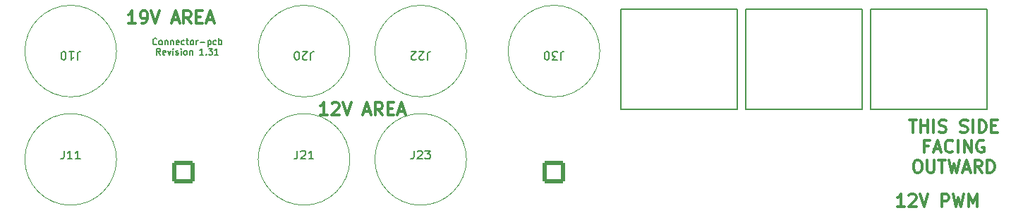
<source format=gbr>
%TF.GenerationSoftware,KiCad,Pcbnew,7.0.7*%
%TF.CreationDate,2023-09-16T18:41:48+02:00*%
%TF.ProjectId,dew_connector_pcb,6465775f-636f-46e6-9e65-63746f725f70,rev?*%
%TF.SameCoordinates,Original*%
%TF.FileFunction,Legend,Top*%
%TF.FilePolarity,Positive*%
%FSLAX46Y46*%
G04 Gerber Fmt 4.6, Leading zero omitted, Abs format (unit mm)*
G04 Created by KiCad (PCBNEW 7.0.7) date 2023-09-16 18:41:48*
%MOMM*%
%LPD*%
G01*
G04 APERTURE LIST*
G04 Aperture macros list*
%AMRoundRect*
0 Rectangle with rounded corners*
0 $1 Rounding radius*
0 $2 $3 $4 $5 $6 $7 $8 $9 X,Y pos of 4 corners*
0 Add a 4 corners polygon primitive as box body*
4,1,4,$2,$3,$4,$5,$6,$7,$8,$9,$2,$3,0*
0 Add four circle primitives for the rounded corners*
1,1,$1+$1,$2,$3*
1,1,$1+$1,$4,$5*
1,1,$1+$1,$6,$7*
1,1,$1+$1,$8,$9*
0 Add four rect primitives between the rounded corners*
20,1,$1+$1,$2,$3,$4,$5,0*
20,1,$1+$1,$4,$5,$6,$7,0*
20,1,$1+$1,$6,$7,$8,$9,0*
20,1,$1+$1,$8,$9,$2,$3,0*%
G04 Aperture macros list end*
%ADD10C,0.150000*%
%ADD11C,0.300000*%
%ADD12C,0.187500*%
%ADD13C,0.120000*%
%ADD14O,2.000000X5.000000*%
%ADD15O,5.000000X2.000000*%
%ADD16O,2.500000X3.500000*%
%ADD17RoundRect,0.250001X1.099999X-1.099999X1.099999X1.099999X-1.099999X1.099999X-1.099999X-1.099999X0*%
%ADD18C,2.700000*%
%ADD19R,2.780000X2.780000*%
%ADD20C,2.780000*%
G04 APERTURE END LIST*
D10*
X124000000Y-51000000D02*
X138000000Y-51000000D01*
X138000000Y-63000000D01*
X124000000Y-63000000D01*
X124000000Y-51000000D01*
X139000000Y-51000000D02*
X153000000Y-51000000D01*
X153000000Y-63000000D01*
X139000000Y-63000000D01*
X139000000Y-51000000D01*
X154000000Y-51000000D02*
X168000000Y-51000000D01*
X168000000Y-63000000D01*
X154000000Y-63000000D01*
X154000000Y-51000000D01*
D11*
X65785715Y-52678328D02*
X64928572Y-52678328D01*
X65357143Y-52678328D02*
X65357143Y-51178328D01*
X65357143Y-51178328D02*
X65214286Y-51392614D01*
X65214286Y-51392614D02*
X65071429Y-51535471D01*
X65071429Y-51535471D02*
X64928572Y-51606900D01*
X66500000Y-52678328D02*
X66785714Y-52678328D01*
X66785714Y-52678328D02*
X66928571Y-52606900D01*
X66928571Y-52606900D02*
X67000000Y-52535471D01*
X67000000Y-52535471D02*
X67142857Y-52321185D01*
X67142857Y-52321185D02*
X67214286Y-52035471D01*
X67214286Y-52035471D02*
X67214286Y-51464042D01*
X67214286Y-51464042D02*
X67142857Y-51321185D01*
X67142857Y-51321185D02*
X67071429Y-51249757D01*
X67071429Y-51249757D02*
X66928571Y-51178328D01*
X66928571Y-51178328D02*
X66642857Y-51178328D01*
X66642857Y-51178328D02*
X66500000Y-51249757D01*
X66500000Y-51249757D02*
X66428571Y-51321185D01*
X66428571Y-51321185D02*
X66357143Y-51464042D01*
X66357143Y-51464042D02*
X66357143Y-51821185D01*
X66357143Y-51821185D02*
X66428571Y-51964042D01*
X66428571Y-51964042D02*
X66500000Y-52035471D01*
X66500000Y-52035471D02*
X66642857Y-52106900D01*
X66642857Y-52106900D02*
X66928571Y-52106900D01*
X66928571Y-52106900D02*
X67071429Y-52035471D01*
X67071429Y-52035471D02*
X67142857Y-51964042D01*
X67142857Y-51964042D02*
X67214286Y-51821185D01*
X67642857Y-51178328D02*
X68142857Y-52678328D01*
X68142857Y-52678328D02*
X68642857Y-51178328D01*
X70214285Y-52249757D02*
X70928571Y-52249757D01*
X70071428Y-52678328D02*
X70571428Y-51178328D01*
X70571428Y-51178328D02*
X71071428Y-52678328D01*
X72428570Y-52678328D02*
X71928570Y-51964042D01*
X71571427Y-52678328D02*
X71571427Y-51178328D01*
X71571427Y-51178328D02*
X72142856Y-51178328D01*
X72142856Y-51178328D02*
X72285713Y-51249757D01*
X72285713Y-51249757D02*
X72357142Y-51321185D01*
X72357142Y-51321185D02*
X72428570Y-51464042D01*
X72428570Y-51464042D02*
X72428570Y-51678328D01*
X72428570Y-51678328D02*
X72357142Y-51821185D01*
X72357142Y-51821185D02*
X72285713Y-51892614D01*
X72285713Y-51892614D02*
X72142856Y-51964042D01*
X72142856Y-51964042D02*
X71571427Y-51964042D01*
X73071427Y-51892614D02*
X73571427Y-51892614D01*
X73785713Y-52678328D02*
X73071427Y-52678328D01*
X73071427Y-52678328D02*
X73071427Y-51178328D01*
X73071427Y-51178328D02*
X73785713Y-51178328D01*
X74357142Y-52249757D02*
X75071428Y-52249757D01*
X74214285Y-52678328D02*
X74714285Y-51178328D01*
X74714285Y-51178328D02*
X75214285Y-52678328D01*
X88785715Y-63678328D02*
X87928572Y-63678328D01*
X88357143Y-63678328D02*
X88357143Y-62178328D01*
X88357143Y-62178328D02*
X88214286Y-62392614D01*
X88214286Y-62392614D02*
X88071429Y-62535471D01*
X88071429Y-62535471D02*
X87928572Y-62606900D01*
X89357143Y-62321185D02*
X89428571Y-62249757D01*
X89428571Y-62249757D02*
X89571429Y-62178328D01*
X89571429Y-62178328D02*
X89928571Y-62178328D01*
X89928571Y-62178328D02*
X90071429Y-62249757D01*
X90071429Y-62249757D02*
X90142857Y-62321185D01*
X90142857Y-62321185D02*
X90214286Y-62464042D01*
X90214286Y-62464042D02*
X90214286Y-62606900D01*
X90214286Y-62606900D02*
X90142857Y-62821185D01*
X90142857Y-62821185D02*
X89285714Y-63678328D01*
X89285714Y-63678328D02*
X90214286Y-63678328D01*
X90642857Y-62178328D02*
X91142857Y-63678328D01*
X91142857Y-63678328D02*
X91642857Y-62178328D01*
X93214285Y-63249757D02*
X93928571Y-63249757D01*
X93071428Y-63678328D02*
X93571428Y-62178328D01*
X93571428Y-62178328D02*
X94071428Y-63678328D01*
X95428570Y-63678328D02*
X94928570Y-62964042D01*
X94571427Y-63678328D02*
X94571427Y-62178328D01*
X94571427Y-62178328D02*
X95142856Y-62178328D01*
X95142856Y-62178328D02*
X95285713Y-62249757D01*
X95285713Y-62249757D02*
X95357142Y-62321185D01*
X95357142Y-62321185D02*
X95428570Y-62464042D01*
X95428570Y-62464042D02*
X95428570Y-62678328D01*
X95428570Y-62678328D02*
X95357142Y-62821185D01*
X95357142Y-62821185D02*
X95285713Y-62892614D01*
X95285713Y-62892614D02*
X95142856Y-62964042D01*
X95142856Y-62964042D02*
X94571427Y-62964042D01*
X96071427Y-62892614D02*
X96571427Y-62892614D01*
X96785713Y-63678328D02*
X96071427Y-63678328D01*
X96071427Y-63678328D02*
X96071427Y-62178328D01*
X96071427Y-62178328D02*
X96785713Y-62178328D01*
X97357142Y-63249757D02*
X98071428Y-63249757D01*
X97214285Y-63678328D02*
X97714285Y-62178328D01*
X97714285Y-62178328D02*
X98214285Y-63678328D01*
D12*
X68321430Y-55162035D02*
X68285716Y-55197750D01*
X68285716Y-55197750D02*
X68178573Y-55233464D01*
X68178573Y-55233464D02*
X68107145Y-55233464D01*
X68107145Y-55233464D02*
X68000002Y-55197750D01*
X68000002Y-55197750D02*
X67928573Y-55126321D01*
X67928573Y-55126321D02*
X67892859Y-55054892D01*
X67892859Y-55054892D02*
X67857145Y-54912035D01*
X67857145Y-54912035D02*
X67857145Y-54804892D01*
X67857145Y-54804892D02*
X67892859Y-54662035D01*
X67892859Y-54662035D02*
X67928573Y-54590607D01*
X67928573Y-54590607D02*
X68000002Y-54519178D01*
X68000002Y-54519178D02*
X68107145Y-54483464D01*
X68107145Y-54483464D02*
X68178573Y-54483464D01*
X68178573Y-54483464D02*
X68285716Y-54519178D01*
X68285716Y-54519178D02*
X68321430Y-54554892D01*
X68750002Y-55233464D02*
X68678573Y-55197750D01*
X68678573Y-55197750D02*
X68642859Y-55162035D01*
X68642859Y-55162035D02*
X68607145Y-55090607D01*
X68607145Y-55090607D02*
X68607145Y-54876321D01*
X68607145Y-54876321D02*
X68642859Y-54804892D01*
X68642859Y-54804892D02*
X68678573Y-54769178D01*
X68678573Y-54769178D02*
X68750002Y-54733464D01*
X68750002Y-54733464D02*
X68857145Y-54733464D01*
X68857145Y-54733464D02*
X68928573Y-54769178D01*
X68928573Y-54769178D02*
X68964288Y-54804892D01*
X68964288Y-54804892D02*
X69000002Y-54876321D01*
X69000002Y-54876321D02*
X69000002Y-55090607D01*
X69000002Y-55090607D02*
X68964288Y-55162035D01*
X68964288Y-55162035D02*
X68928573Y-55197750D01*
X68928573Y-55197750D02*
X68857145Y-55233464D01*
X68857145Y-55233464D02*
X68750002Y-55233464D01*
X69321430Y-54733464D02*
X69321430Y-55233464D01*
X69321430Y-54804892D02*
X69357144Y-54769178D01*
X69357144Y-54769178D02*
X69428573Y-54733464D01*
X69428573Y-54733464D02*
X69535716Y-54733464D01*
X69535716Y-54733464D02*
X69607144Y-54769178D01*
X69607144Y-54769178D02*
X69642859Y-54840607D01*
X69642859Y-54840607D02*
X69642859Y-55233464D01*
X70000001Y-54733464D02*
X70000001Y-55233464D01*
X70000001Y-54804892D02*
X70035715Y-54769178D01*
X70035715Y-54769178D02*
X70107144Y-54733464D01*
X70107144Y-54733464D02*
X70214287Y-54733464D01*
X70214287Y-54733464D02*
X70285715Y-54769178D01*
X70285715Y-54769178D02*
X70321430Y-54840607D01*
X70321430Y-54840607D02*
X70321430Y-55233464D01*
X70964286Y-55197750D02*
X70892858Y-55233464D01*
X70892858Y-55233464D02*
X70750001Y-55233464D01*
X70750001Y-55233464D02*
X70678572Y-55197750D01*
X70678572Y-55197750D02*
X70642858Y-55126321D01*
X70642858Y-55126321D02*
X70642858Y-54840607D01*
X70642858Y-54840607D02*
X70678572Y-54769178D01*
X70678572Y-54769178D02*
X70750001Y-54733464D01*
X70750001Y-54733464D02*
X70892858Y-54733464D01*
X70892858Y-54733464D02*
X70964286Y-54769178D01*
X70964286Y-54769178D02*
X71000001Y-54840607D01*
X71000001Y-54840607D02*
X71000001Y-54912035D01*
X71000001Y-54912035D02*
X70642858Y-54983464D01*
X71642858Y-55197750D02*
X71571429Y-55233464D01*
X71571429Y-55233464D02*
X71428572Y-55233464D01*
X71428572Y-55233464D02*
X71357143Y-55197750D01*
X71357143Y-55197750D02*
X71321429Y-55162035D01*
X71321429Y-55162035D02*
X71285715Y-55090607D01*
X71285715Y-55090607D02*
X71285715Y-54876321D01*
X71285715Y-54876321D02*
X71321429Y-54804892D01*
X71321429Y-54804892D02*
X71357143Y-54769178D01*
X71357143Y-54769178D02*
X71428572Y-54733464D01*
X71428572Y-54733464D02*
X71571429Y-54733464D01*
X71571429Y-54733464D02*
X71642858Y-54769178D01*
X71857143Y-54733464D02*
X72142857Y-54733464D01*
X71964286Y-54483464D02*
X71964286Y-55126321D01*
X71964286Y-55126321D02*
X72000000Y-55197750D01*
X72000000Y-55197750D02*
X72071429Y-55233464D01*
X72071429Y-55233464D02*
X72142857Y-55233464D01*
X72500000Y-55233464D02*
X72428571Y-55197750D01*
X72428571Y-55197750D02*
X72392857Y-55162035D01*
X72392857Y-55162035D02*
X72357143Y-55090607D01*
X72357143Y-55090607D02*
X72357143Y-54876321D01*
X72357143Y-54876321D02*
X72392857Y-54804892D01*
X72392857Y-54804892D02*
X72428571Y-54769178D01*
X72428571Y-54769178D02*
X72500000Y-54733464D01*
X72500000Y-54733464D02*
X72607143Y-54733464D01*
X72607143Y-54733464D02*
X72678571Y-54769178D01*
X72678571Y-54769178D02*
X72714286Y-54804892D01*
X72714286Y-54804892D02*
X72750000Y-54876321D01*
X72750000Y-54876321D02*
X72750000Y-55090607D01*
X72750000Y-55090607D02*
X72714286Y-55162035D01*
X72714286Y-55162035D02*
X72678571Y-55197750D01*
X72678571Y-55197750D02*
X72607143Y-55233464D01*
X72607143Y-55233464D02*
X72500000Y-55233464D01*
X73071428Y-55233464D02*
X73071428Y-54733464D01*
X73071428Y-54876321D02*
X73107142Y-54804892D01*
X73107142Y-54804892D02*
X73142857Y-54769178D01*
X73142857Y-54769178D02*
X73214285Y-54733464D01*
X73214285Y-54733464D02*
X73285714Y-54733464D01*
X73535714Y-54947750D02*
X74107143Y-54947750D01*
X74464285Y-54733464D02*
X74464285Y-55483464D01*
X74464285Y-54769178D02*
X74535714Y-54733464D01*
X74535714Y-54733464D02*
X74678571Y-54733464D01*
X74678571Y-54733464D02*
X74749999Y-54769178D01*
X74749999Y-54769178D02*
X74785714Y-54804892D01*
X74785714Y-54804892D02*
X74821428Y-54876321D01*
X74821428Y-54876321D02*
X74821428Y-55090607D01*
X74821428Y-55090607D02*
X74785714Y-55162035D01*
X74785714Y-55162035D02*
X74749999Y-55197750D01*
X74749999Y-55197750D02*
X74678571Y-55233464D01*
X74678571Y-55233464D02*
X74535714Y-55233464D01*
X74535714Y-55233464D02*
X74464285Y-55197750D01*
X75464285Y-55197750D02*
X75392856Y-55233464D01*
X75392856Y-55233464D02*
X75249999Y-55233464D01*
X75249999Y-55233464D02*
X75178570Y-55197750D01*
X75178570Y-55197750D02*
X75142856Y-55162035D01*
X75142856Y-55162035D02*
X75107142Y-55090607D01*
X75107142Y-55090607D02*
X75107142Y-54876321D01*
X75107142Y-54876321D02*
X75142856Y-54804892D01*
X75142856Y-54804892D02*
X75178570Y-54769178D01*
X75178570Y-54769178D02*
X75249999Y-54733464D01*
X75249999Y-54733464D02*
X75392856Y-54733464D01*
X75392856Y-54733464D02*
X75464285Y-54769178D01*
X75785713Y-55233464D02*
X75785713Y-54483464D01*
X75785713Y-54769178D02*
X75857142Y-54733464D01*
X75857142Y-54733464D02*
X75999999Y-54733464D01*
X75999999Y-54733464D02*
X76071427Y-54769178D01*
X76071427Y-54769178D02*
X76107142Y-54804892D01*
X76107142Y-54804892D02*
X76142856Y-54876321D01*
X76142856Y-54876321D02*
X76142856Y-55090607D01*
X76142856Y-55090607D02*
X76107142Y-55162035D01*
X76107142Y-55162035D02*
X76071427Y-55197750D01*
X76071427Y-55197750D02*
X75999999Y-55233464D01*
X75999999Y-55233464D02*
X75857142Y-55233464D01*
X75857142Y-55233464D02*
X75785713Y-55197750D01*
X68749999Y-56440964D02*
X68499999Y-56083821D01*
X68321428Y-56440964D02*
X68321428Y-55690964D01*
X68321428Y-55690964D02*
X68607142Y-55690964D01*
X68607142Y-55690964D02*
X68678571Y-55726678D01*
X68678571Y-55726678D02*
X68714285Y-55762392D01*
X68714285Y-55762392D02*
X68749999Y-55833821D01*
X68749999Y-55833821D02*
X68749999Y-55940964D01*
X68749999Y-55940964D02*
X68714285Y-56012392D01*
X68714285Y-56012392D02*
X68678571Y-56048107D01*
X68678571Y-56048107D02*
X68607142Y-56083821D01*
X68607142Y-56083821D02*
X68321428Y-56083821D01*
X69357142Y-56405250D02*
X69285714Y-56440964D01*
X69285714Y-56440964D02*
X69142857Y-56440964D01*
X69142857Y-56440964D02*
X69071428Y-56405250D01*
X69071428Y-56405250D02*
X69035714Y-56333821D01*
X69035714Y-56333821D02*
X69035714Y-56048107D01*
X69035714Y-56048107D02*
X69071428Y-55976678D01*
X69071428Y-55976678D02*
X69142857Y-55940964D01*
X69142857Y-55940964D02*
X69285714Y-55940964D01*
X69285714Y-55940964D02*
X69357142Y-55976678D01*
X69357142Y-55976678D02*
X69392857Y-56048107D01*
X69392857Y-56048107D02*
X69392857Y-56119535D01*
X69392857Y-56119535D02*
X69035714Y-56190964D01*
X69642856Y-55940964D02*
X69821428Y-56440964D01*
X69821428Y-56440964D02*
X69999999Y-55940964D01*
X70285714Y-56440964D02*
X70285714Y-55940964D01*
X70285714Y-55690964D02*
X70250000Y-55726678D01*
X70250000Y-55726678D02*
X70285714Y-55762392D01*
X70285714Y-55762392D02*
X70321428Y-55726678D01*
X70321428Y-55726678D02*
X70285714Y-55690964D01*
X70285714Y-55690964D02*
X70285714Y-55762392D01*
X70607143Y-56405250D02*
X70678571Y-56440964D01*
X70678571Y-56440964D02*
X70821428Y-56440964D01*
X70821428Y-56440964D02*
X70892857Y-56405250D01*
X70892857Y-56405250D02*
X70928571Y-56333821D01*
X70928571Y-56333821D02*
X70928571Y-56298107D01*
X70928571Y-56298107D02*
X70892857Y-56226678D01*
X70892857Y-56226678D02*
X70821428Y-56190964D01*
X70821428Y-56190964D02*
X70714286Y-56190964D01*
X70714286Y-56190964D02*
X70642857Y-56155250D01*
X70642857Y-56155250D02*
X70607143Y-56083821D01*
X70607143Y-56083821D02*
X70607143Y-56048107D01*
X70607143Y-56048107D02*
X70642857Y-55976678D01*
X70642857Y-55976678D02*
X70714286Y-55940964D01*
X70714286Y-55940964D02*
X70821428Y-55940964D01*
X70821428Y-55940964D02*
X70892857Y-55976678D01*
X71250000Y-56440964D02*
X71250000Y-55940964D01*
X71250000Y-55690964D02*
X71214286Y-55726678D01*
X71214286Y-55726678D02*
X71250000Y-55762392D01*
X71250000Y-55762392D02*
X71285714Y-55726678D01*
X71285714Y-55726678D02*
X71250000Y-55690964D01*
X71250000Y-55690964D02*
X71250000Y-55762392D01*
X71714286Y-56440964D02*
X71642857Y-56405250D01*
X71642857Y-56405250D02*
X71607143Y-56369535D01*
X71607143Y-56369535D02*
X71571429Y-56298107D01*
X71571429Y-56298107D02*
X71571429Y-56083821D01*
X71571429Y-56083821D02*
X71607143Y-56012392D01*
X71607143Y-56012392D02*
X71642857Y-55976678D01*
X71642857Y-55976678D02*
X71714286Y-55940964D01*
X71714286Y-55940964D02*
X71821429Y-55940964D01*
X71821429Y-55940964D02*
X71892857Y-55976678D01*
X71892857Y-55976678D02*
X71928572Y-56012392D01*
X71928572Y-56012392D02*
X71964286Y-56083821D01*
X71964286Y-56083821D02*
X71964286Y-56298107D01*
X71964286Y-56298107D02*
X71928572Y-56369535D01*
X71928572Y-56369535D02*
X71892857Y-56405250D01*
X71892857Y-56405250D02*
X71821429Y-56440964D01*
X71821429Y-56440964D02*
X71714286Y-56440964D01*
X72285714Y-55940964D02*
X72285714Y-56440964D01*
X72285714Y-56012392D02*
X72321428Y-55976678D01*
X72321428Y-55976678D02*
X72392857Y-55940964D01*
X72392857Y-55940964D02*
X72500000Y-55940964D01*
X72500000Y-55940964D02*
X72571428Y-55976678D01*
X72571428Y-55976678D02*
X72607143Y-56048107D01*
X72607143Y-56048107D02*
X72607143Y-56440964D01*
X73928571Y-56440964D02*
X73500000Y-56440964D01*
X73714285Y-56440964D02*
X73714285Y-55690964D01*
X73714285Y-55690964D02*
X73642857Y-55798107D01*
X73642857Y-55798107D02*
X73571428Y-55869535D01*
X73571428Y-55869535D02*
X73500000Y-55905250D01*
X74250000Y-56369535D02*
X74285714Y-56405250D01*
X74285714Y-56405250D02*
X74250000Y-56440964D01*
X74250000Y-56440964D02*
X74214286Y-56405250D01*
X74214286Y-56405250D02*
X74250000Y-56369535D01*
X74250000Y-56369535D02*
X74250000Y-56440964D01*
X74535714Y-55690964D02*
X75000000Y-55690964D01*
X75000000Y-55690964D02*
X74750000Y-55976678D01*
X74750000Y-55976678D02*
X74857143Y-55976678D01*
X74857143Y-55976678D02*
X74928572Y-56012392D01*
X74928572Y-56012392D02*
X74964286Y-56048107D01*
X74964286Y-56048107D02*
X75000000Y-56119535D01*
X75000000Y-56119535D02*
X75000000Y-56298107D01*
X75000000Y-56298107D02*
X74964286Y-56369535D01*
X74964286Y-56369535D02*
X74928572Y-56405250D01*
X74928572Y-56405250D02*
X74857143Y-56440964D01*
X74857143Y-56440964D02*
X74642857Y-56440964D01*
X74642857Y-56440964D02*
X74571429Y-56405250D01*
X74571429Y-56405250D02*
X74535714Y-56369535D01*
X75714286Y-56440964D02*
X75285715Y-56440964D01*
X75500000Y-56440964D02*
X75500000Y-55690964D01*
X75500000Y-55690964D02*
X75428572Y-55798107D01*
X75428572Y-55798107D02*
X75357143Y-55869535D01*
X75357143Y-55869535D02*
X75285715Y-55905250D01*
D11*
X158035715Y-74678328D02*
X157178572Y-74678328D01*
X157607143Y-74678328D02*
X157607143Y-73178328D01*
X157607143Y-73178328D02*
X157464286Y-73392614D01*
X157464286Y-73392614D02*
X157321429Y-73535471D01*
X157321429Y-73535471D02*
X157178572Y-73606900D01*
X158607143Y-73321185D02*
X158678571Y-73249757D01*
X158678571Y-73249757D02*
X158821429Y-73178328D01*
X158821429Y-73178328D02*
X159178571Y-73178328D01*
X159178571Y-73178328D02*
X159321429Y-73249757D01*
X159321429Y-73249757D02*
X159392857Y-73321185D01*
X159392857Y-73321185D02*
X159464286Y-73464042D01*
X159464286Y-73464042D02*
X159464286Y-73606900D01*
X159464286Y-73606900D02*
X159392857Y-73821185D01*
X159392857Y-73821185D02*
X158535714Y-74678328D01*
X158535714Y-74678328D02*
X159464286Y-74678328D01*
X159892857Y-73178328D02*
X160392857Y-74678328D01*
X160392857Y-74678328D02*
X160892857Y-73178328D01*
X162535713Y-74678328D02*
X162535713Y-73178328D01*
X162535713Y-73178328D02*
X163107142Y-73178328D01*
X163107142Y-73178328D02*
X163249999Y-73249757D01*
X163249999Y-73249757D02*
X163321428Y-73321185D01*
X163321428Y-73321185D02*
X163392856Y-73464042D01*
X163392856Y-73464042D02*
X163392856Y-73678328D01*
X163392856Y-73678328D02*
X163321428Y-73821185D01*
X163321428Y-73821185D02*
X163249999Y-73892614D01*
X163249999Y-73892614D02*
X163107142Y-73964042D01*
X163107142Y-73964042D02*
X162535713Y-73964042D01*
X163892856Y-73178328D02*
X164249999Y-74678328D01*
X164249999Y-74678328D02*
X164535713Y-73606900D01*
X164535713Y-73606900D02*
X164821428Y-74678328D01*
X164821428Y-74678328D02*
X165178571Y-73178328D01*
X165749999Y-74678328D02*
X165749999Y-73178328D01*
X165749999Y-73178328D02*
X166249999Y-74249757D01*
X166249999Y-74249757D02*
X166749999Y-73178328D01*
X166749999Y-73178328D02*
X166749999Y-74678328D01*
X158642857Y-64263328D02*
X159500000Y-64263328D01*
X159071428Y-65763328D02*
X159071428Y-64263328D01*
X159999999Y-65763328D02*
X159999999Y-64263328D01*
X159999999Y-64977614D02*
X160857142Y-64977614D01*
X160857142Y-65763328D02*
X160857142Y-64263328D01*
X161571428Y-65763328D02*
X161571428Y-64263328D01*
X162214286Y-65691900D02*
X162428572Y-65763328D01*
X162428572Y-65763328D02*
X162785714Y-65763328D01*
X162785714Y-65763328D02*
X162928572Y-65691900D01*
X162928572Y-65691900D02*
X163000000Y-65620471D01*
X163000000Y-65620471D02*
X163071429Y-65477614D01*
X163071429Y-65477614D02*
X163071429Y-65334757D01*
X163071429Y-65334757D02*
X163000000Y-65191900D01*
X163000000Y-65191900D02*
X162928572Y-65120471D01*
X162928572Y-65120471D02*
X162785714Y-65049042D01*
X162785714Y-65049042D02*
X162500000Y-64977614D01*
X162500000Y-64977614D02*
X162357143Y-64906185D01*
X162357143Y-64906185D02*
X162285714Y-64834757D01*
X162285714Y-64834757D02*
X162214286Y-64691900D01*
X162214286Y-64691900D02*
X162214286Y-64549042D01*
X162214286Y-64549042D02*
X162285714Y-64406185D01*
X162285714Y-64406185D02*
X162357143Y-64334757D01*
X162357143Y-64334757D02*
X162500000Y-64263328D01*
X162500000Y-64263328D02*
X162857143Y-64263328D01*
X162857143Y-64263328D02*
X163071429Y-64334757D01*
X164785714Y-65691900D02*
X165000000Y-65763328D01*
X165000000Y-65763328D02*
X165357142Y-65763328D01*
X165357142Y-65763328D02*
X165500000Y-65691900D01*
X165500000Y-65691900D02*
X165571428Y-65620471D01*
X165571428Y-65620471D02*
X165642857Y-65477614D01*
X165642857Y-65477614D02*
X165642857Y-65334757D01*
X165642857Y-65334757D02*
X165571428Y-65191900D01*
X165571428Y-65191900D02*
X165500000Y-65120471D01*
X165500000Y-65120471D02*
X165357142Y-65049042D01*
X165357142Y-65049042D02*
X165071428Y-64977614D01*
X165071428Y-64977614D02*
X164928571Y-64906185D01*
X164928571Y-64906185D02*
X164857142Y-64834757D01*
X164857142Y-64834757D02*
X164785714Y-64691900D01*
X164785714Y-64691900D02*
X164785714Y-64549042D01*
X164785714Y-64549042D02*
X164857142Y-64406185D01*
X164857142Y-64406185D02*
X164928571Y-64334757D01*
X164928571Y-64334757D02*
X165071428Y-64263328D01*
X165071428Y-64263328D02*
X165428571Y-64263328D01*
X165428571Y-64263328D02*
X165642857Y-64334757D01*
X166285713Y-65763328D02*
X166285713Y-64263328D01*
X166999999Y-65763328D02*
X166999999Y-64263328D01*
X166999999Y-64263328D02*
X167357142Y-64263328D01*
X167357142Y-64263328D02*
X167571428Y-64334757D01*
X167571428Y-64334757D02*
X167714285Y-64477614D01*
X167714285Y-64477614D02*
X167785714Y-64620471D01*
X167785714Y-64620471D02*
X167857142Y-64906185D01*
X167857142Y-64906185D02*
X167857142Y-65120471D01*
X167857142Y-65120471D02*
X167785714Y-65406185D01*
X167785714Y-65406185D02*
X167714285Y-65549042D01*
X167714285Y-65549042D02*
X167571428Y-65691900D01*
X167571428Y-65691900D02*
X167357142Y-65763328D01*
X167357142Y-65763328D02*
X166999999Y-65763328D01*
X168499999Y-64977614D02*
X168999999Y-64977614D01*
X169214285Y-65763328D02*
X168499999Y-65763328D01*
X168499999Y-65763328D02*
X168499999Y-64263328D01*
X168499999Y-64263328D02*
X169214285Y-64263328D01*
X160928571Y-67392614D02*
X160428571Y-67392614D01*
X160428571Y-68178328D02*
X160428571Y-66678328D01*
X160428571Y-66678328D02*
X161142857Y-66678328D01*
X161642857Y-67749757D02*
X162357143Y-67749757D01*
X161500000Y-68178328D02*
X162000000Y-66678328D01*
X162000000Y-66678328D02*
X162500000Y-68178328D01*
X163857142Y-68035471D02*
X163785714Y-68106900D01*
X163785714Y-68106900D02*
X163571428Y-68178328D01*
X163571428Y-68178328D02*
X163428571Y-68178328D01*
X163428571Y-68178328D02*
X163214285Y-68106900D01*
X163214285Y-68106900D02*
X163071428Y-67964042D01*
X163071428Y-67964042D02*
X162999999Y-67821185D01*
X162999999Y-67821185D02*
X162928571Y-67535471D01*
X162928571Y-67535471D02*
X162928571Y-67321185D01*
X162928571Y-67321185D02*
X162999999Y-67035471D01*
X162999999Y-67035471D02*
X163071428Y-66892614D01*
X163071428Y-66892614D02*
X163214285Y-66749757D01*
X163214285Y-66749757D02*
X163428571Y-66678328D01*
X163428571Y-66678328D02*
X163571428Y-66678328D01*
X163571428Y-66678328D02*
X163785714Y-66749757D01*
X163785714Y-66749757D02*
X163857142Y-66821185D01*
X164499999Y-68178328D02*
X164499999Y-66678328D01*
X165214285Y-68178328D02*
X165214285Y-66678328D01*
X165214285Y-66678328D02*
X166071428Y-68178328D01*
X166071428Y-68178328D02*
X166071428Y-66678328D01*
X167571429Y-66749757D02*
X167428572Y-66678328D01*
X167428572Y-66678328D02*
X167214286Y-66678328D01*
X167214286Y-66678328D02*
X167000000Y-66749757D01*
X167000000Y-66749757D02*
X166857143Y-66892614D01*
X166857143Y-66892614D02*
X166785714Y-67035471D01*
X166785714Y-67035471D02*
X166714286Y-67321185D01*
X166714286Y-67321185D02*
X166714286Y-67535471D01*
X166714286Y-67535471D02*
X166785714Y-67821185D01*
X166785714Y-67821185D02*
X166857143Y-67964042D01*
X166857143Y-67964042D02*
X167000000Y-68106900D01*
X167000000Y-68106900D02*
X167214286Y-68178328D01*
X167214286Y-68178328D02*
X167357143Y-68178328D01*
X167357143Y-68178328D02*
X167571429Y-68106900D01*
X167571429Y-68106900D02*
X167642857Y-68035471D01*
X167642857Y-68035471D02*
X167642857Y-67535471D01*
X167642857Y-67535471D02*
X167357143Y-67535471D01*
X159500000Y-69093328D02*
X159785714Y-69093328D01*
X159785714Y-69093328D02*
X159928571Y-69164757D01*
X159928571Y-69164757D02*
X160071428Y-69307614D01*
X160071428Y-69307614D02*
X160142857Y-69593328D01*
X160142857Y-69593328D02*
X160142857Y-70093328D01*
X160142857Y-70093328D02*
X160071428Y-70379042D01*
X160071428Y-70379042D02*
X159928571Y-70521900D01*
X159928571Y-70521900D02*
X159785714Y-70593328D01*
X159785714Y-70593328D02*
X159500000Y-70593328D01*
X159500000Y-70593328D02*
X159357143Y-70521900D01*
X159357143Y-70521900D02*
X159214285Y-70379042D01*
X159214285Y-70379042D02*
X159142857Y-70093328D01*
X159142857Y-70093328D02*
X159142857Y-69593328D01*
X159142857Y-69593328D02*
X159214285Y-69307614D01*
X159214285Y-69307614D02*
X159357143Y-69164757D01*
X159357143Y-69164757D02*
X159500000Y-69093328D01*
X160785714Y-69093328D02*
X160785714Y-70307614D01*
X160785714Y-70307614D02*
X160857143Y-70450471D01*
X160857143Y-70450471D02*
X160928572Y-70521900D01*
X160928572Y-70521900D02*
X161071429Y-70593328D01*
X161071429Y-70593328D02*
X161357143Y-70593328D01*
X161357143Y-70593328D02*
X161500000Y-70521900D01*
X161500000Y-70521900D02*
X161571429Y-70450471D01*
X161571429Y-70450471D02*
X161642857Y-70307614D01*
X161642857Y-70307614D02*
X161642857Y-69093328D01*
X162142858Y-69093328D02*
X163000001Y-69093328D01*
X162571429Y-70593328D02*
X162571429Y-69093328D01*
X163357143Y-69093328D02*
X163714286Y-70593328D01*
X163714286Y-70593328D02*
X164000000Y-69521900D01*
X164000000Y-69521900D02*
X164285715Y-70593328D01*
X164285715Y-70593328D02*
X164642858Y-69093328D01*
X165142858Y-70164757D02*
X165857144Y-70164757D01*
X165000001Y-70593328D02*
X165500001Y-69093328D01*
X165500001Y-69093328D02*
X166000001Y-70593328D01*
X167357143Y-70593328D02*
X166857143Y-69879042D01*
X166500000Y-70593328D02*
X166500000Y-69093328D01*
X166500000Y-69093328D02*
X167071429Y-69093328D01*
X167071429Y-69093328D02*
X167214286Y-69164757D01*
X167214286Y-69164757D02*
X167285715Y-69236185D01*
X167285715Y-69236185D02*
X167357143Y-69379042D01*
X167357143Y-69379042D02*
X167357143Y-69593328D01*
X167357143Y-69593328D02*
X167285715Y-69736185D01*
X167285715Y-69736185D02*
X167214286Y-69807614D01*
X167214286Y-69807614D02*
X167071429Y-69879042D01*
X167071429Y-69879042D02*
X166500000Y-69879042D01*
X168000000Y-70593328D02*
X168000000Y-69093328D01*
X168000000Y-69093328D02*
X168357143Y-69093328D01*
X168357143Y-69093328D02*
X168571429Y-69164757D01*
X168571429Y-69164757D02*
X168714286Y-69307614D01*
X168714286Y-69307614D02*
X168785715Y-69450471D01*
X168785715Y-69450471D02*
X168857143Y-69736185D01*
X168857143Y-69736185D02*
X168857143Y-69950471D01*
X168857143Y-69950471D02*
X168785715Y-70236185D01*
X168785715Y-70236185D02*
X168714286Y-70379042D01*
X168714286Y-70379042D02*
X168571429Y-70521900D01*
X168571429Y-70521900D02*
X168357143Y-70593328D01*
X168357143Y-70593328D02*
X168000000Y-70593328D01*
D10*
X99190476Y-67954819D02*
X99190476Y-68669104D01*
X99190476Y-68669104D02*
X99142857Y-68811961D01*
X99142857Y-68811961D02*
X99047619Y-68907200D01*
X99047619Y-68907200D02*
X98904762Y-68954819D01*
X98904762Y-68954819D02*
X98809524Y-68954819D01*
X99619048Y-68050057D02*
X99666667Y-68002438D01*
X99666667Y-68002438D02*
X99761905Y-67954819D01*
X99761905Y-67954819D02*
X100000000Y-67954819D01*
X100000000Y-67954819D02*
X100095238Y-68002438D01*
X100095238Y-68002438D02*
X100142857Y-68050057D01*
X100142857Y-68050057D02*
X100190476Y-68145295D01*
X100190476Y-68145295D02*
X100190476Y-68240533D01*
X100190476Y-68240533D02*
X100142857Y-68383390D01*
X100142857Y-68383390D02*
X99571429Y-68954819D01*
X99571429Y-68954819D02*
X100190476Y-68954819D01*
X100523810Y-67954819D02*
X101142857Y-67954819D01*
X101142857Y-67954819D02*
X100809524Y-68335771D01*
X100809524Y-68335771D02*
X100952381Y-68335771D01*
X100952381Y-68335771D02*
X101047619Y-68383390D01*
X101047619Y-68383390D02*
X101095238Y-68431009D01*
X101095238Y-68431009D02*
X101142857Y-68526247D01*
X101142857Y-68526247D02*
X101142857Y-68764342D01*
X101142857Y-68764342D02*
X101095238Y-68859580D01*
X101095238Y-68859580D02*
X101047619Y-68907200D01*
X101047619Y-68907200D02*
X100952381Y-68954819D01*
X100952381Y-68954819D02*
X100666667Y-68954819D01*
X100666667Y-68954819D02*
X100571429Y-68907200D01*
X100571429Y-68907200D02*
X100523810Y-68859580D01*
X57190476Y-67954819D02*
X57190476Y-68669104D01*
X57190476Y-68669104D02*
X57142857Y-68811961D01*
X57142857Y-68811961D02*
X57047619Y-68907200D01*
X57047619Y-68907200D02*
X56904762Y-68954819D01*
X56904762Y-68954819D02*
X56809524Y-68954819D01*
X58190476Y-68954819D02*
X57619048Y-68954819D01*
X57904762Y-68954819D02*
X57904762Y-67954819D01*
X57904762Y-67954819D02*
X57809524Y-68097676D01*
X57809524Y-68097676D02*
X57714286Y-68192914D01*
X57714286Y-68192914D02*
X57619048Y-68240533D01*
X59142857Y-68954819D02*
X58571429Y-68954819D01*
X58857143Y-68954819D02*
X58857143Y-67954819D01*
X58857143Y-67954819D02*
X58761905Y-68097676D01*
X58761905Y-68097676D02*
X58666667Y-68192914D01*
X58666667Y-68192914D02*
X58571429Y-68240533D01*
X116809523Y-57045180D02*
X116809523Y-56330895D01*
X116809523Y-56330895D02*
X116857142Y-56188038D01*
X116857142Y-56188038D02*
X116952380Y-56092800D01*
X116952380Y-56092800D02*
X117095237Y-56045180D01*
X117095237Y-56045180D02*
X117190475Y-56045180D01*
X116428570Y-57045180D02*
X115809523Y-57045180D01*
X115809523Y-57045180D02*
X116142856Y-56664228D01*
X116142856Y-56664228D02*
X115999999Y-56664228D01*
X115999999Y-56664228D02*
X115904761Y-56616609D01*
X115904761Y-56616609D02*
X115857142Y-56568990D01*
X115857142Y-56568990D02*
X115809523Y-56473752D01*
X115809523Y-56473752D02*
X115809523Y-56235657D01*
X115809523Y-56235657D02*
X115857142Y-56140419D01*
X115857142Y-56140419D02*
X115904761Y-56092800D01*
X115904761Y-56092800D02*
X115999999Y-56045180D01*
X115999999Y-56045180D02*
X116285713Y-56045180D01*
X116285713Y-56045180D02*
X116380951Y-56092800D01*
X116380951Y-56092800D02*
X116428570Y-56140419D01*
X115190475Y-57045180D02*
X115095237Y-57045180D01*
X115095237Y-57045180D02*
X114999999Y-56997561D01*
X114999999Y-56997561D02*
X114952380Y-56949942D01*
X114952380Y-56949942D02*
X114904761Y-56854704D01*
X114904761Y-56854704D02*
X114857142Y-56664228D01*
X114857142Y-56664228D02*
X114857142Y-56426133D01*
X114857142Y-56426133D02*
X114904761Y-56235657D01*
X114904761Y-56235657D02*
X114952380Y-56140419D01*
X114952380Y-56140419D02*
X114999999Y-56092800D01*
X114999999Y-56092800D02*
X115095237Y-56045180D01*
X115095237Y-56045180D02*
X115190475Y-56045180D01*
X115190475Y-56045180D02*
X115285713Y-56092800D01*
X115285713Y-56092800D02*
X115333332Y-56140419D01*
X115333332Y-56140419D02*
X115380951Y-56235657D01*
X115380951Y-56235657D02*
X115428570Y-56426133D01*
X115428570Y-56426133D02*
X115428570Y-56664228D01*
X115428570Y-56664228D02*
X115380951Y-56854704D01*
X115380951Y-56854704D02*
X115333332Y-56949942D01*
X115333332Y-56949942D02*
X115285713Y-56997561D01*
X115285713Y-56997561D02*
X115190475Y-57045180D01*
X86809523Y-57045180D02*
X86809523Y-56330895D01*
X86809523Y-56330895D02*
X86857142Y-56188038D01*
X86857142Y-56188038D02*
X86952380Y-56092800D01*
X86952380Y-56092800D02*
X87095237Y-56045180D01*
X87095237Y-56045180D02*
X87190475Y-56045180D01*
X86380951Y-56949942D02*
X86333332Y-56997561D01*
X86333332Y-56997561D02*
X86238094Y-57045180D01*
X86238094Y-57045180D02*
X85999999Y-57045180D01*
X85999999Y-57045180D02*
X85904761Y-56997561D01*
X85904761Y-56997561D02*
X85857142Y-56949942D01*
X85857142Y-56949942D02*
X85809523Y-56854704D01*
X85809523Y-56854704D02*
X85809523Y-56759466D01*
X85809523Y-56759466D02*
X85857142Y-56616609D01*
X85857142Y-56616609D02*
X86428570Y-56045180D01*
X86428570Y-56045180D02*
X85809523Y-56045180D01*
X85190475Y-57045180D02*
X85095237Y-57045180D01*
X85095237Y-57045180D02*
X84999999Y-56997561D01*
X84999999Y-56997561D02*
X84952380Y-56949942D01*
X84952380Y-56949942D02*
X84904761Y-56854704D01*
X84904761Y-56854704D02*
X84857142Y-56664228D01*
X84857142Y-56664228D02*
X84857142Y-56426133D01*
X84857142Y-56426133D02*
X84904761Y-56235657D01*
X84904761Y-56235657D02*
X84952380Y-56140419D01*
X84952380Y-56140419D02*
X84999999Y-56092800D01*
X84999999Y-56092800D02*
X85095237Y-56045180D01*
X85095237Y-56045180D02*
X85190475Y-56045180D01*
X85190475Y-56045180D02*
X85285713Y-56092800D01*
X85285713Y-56092800D02*
X85333332Y-56140419D01*
X85333332Y-56140419D02*
X85380951Y-56235657D01*
X85380951Y-56235657D02*
X85428570Y-56426133D01*
X85428570Y-56426133D02*
X85428570Y-56664228D01*
X85428570Y-56664228D02*
X85380951Y-56854704D01*
X85380951Y-56854704D02*
X85333332Y-56949942D01*
X85333332Y-56949942D02*
X85285713Y-56997561D01*
X85285713Y-56997561D02*
X85190475Y-57045180D01*
X85190476Y-67954819D02*
X85190476Y-68669104D01*
X85190476Y-68669104D02*
X85142857Y-68811961D01*
X85142857Y-68811961D02*
X85047619Y-68907200D01*
X85047619Y-68907200D02*
X84904762Y-68954819D01*
X84904762Y-68954819D02*
X84809524Y-68954819D01*
X85619048Y-68050057D02*
X85666667Y-68002438D01*
X85666667Y-68002438D02*
X85761905Y-67954819D01*
X85761905Y-67954819D02*
X86000000Y-67954819D01*
X86000000Y-67954819D02*
X86095238Y-68002438D01*
X86095238Y-68002438D02*
X86142857Y-68050057D01*
X86142857Y-68050057D02*
X86190476Y-68145295D01*
X86190476Y-68145295D02*
X86190476Y-68240533D01*
X86190476Y-68240533D02*
X86142857Y-68383390D01*
X86142857Y-68383390D02*
X85571429Y-68954819D01*
X85571429Y-68954819D02*
X86190476Y-68954819D01*
X87142857Y-68954819D02*
X86571429Y-68954819D01*
X86857143Y-68954819D02*
X86857143Y-67954819D01*
X86857143Y-67954819D02*
X86761905Y-68097676D01*
X86761905Y-68097676D02*
X86666667Y-68192914D01*
X86666667Y-68192914D02*
X86571429Y-68240533D01*
X100809523Y-57045180D02*
X100809523Y-56330895D01*
X100809523Y-56330895D02*
X100857142Y-56188038D01*
X100857142Y-56188038D02*
X100952380Y-56092800D01*
X100952380Y-56092800D02*
X101095237Y-56045180D01*
X101095237Y-56045180D02*
X101190475Y-56045180D01*
X100380951Y-56949942D02*
X100333332Y-56997561D01*
X100333332Y-56997561D02*
X100238094Y-57045180D01*
X100238094Y-57045180D02*
X99999999Y-57045180D01*
X99999999Y-57045180D02*
X99904761Y-56997561D01*
X99904761Y-56997561D02*
X99857142Y-56949942D01*
X99857142Y-56949942D02*
X99809523Y-56854704D01*
X99809523Y-56854704D02*
X99809523Y-56759466D01*
X99809523Y-56759466D02*
X99857142Y-56616609D01*
X99857142Y-56616609D02*
X100428570Y-56045180D01*
X100428570Y-56045180D02*
X99809523Y-56045180D01*
X99428570Y-56949942D02*
X99380951Y-56997561D01*
X99380951Y-56997561D02*
X99285713Y-57045180D01*
X99285713Y-57045180D02*
X99047618Y-57045180D01*
X99047618Y-57045180D02*
X98952380Y-56997561D01*
X98952380Y-56997561D02*
X98904761Y-56949942D01*
X98904761Y-56949942D02*
X98857142Y-56854704D01*
X98857142Y-56854704D02*
X98857142Y-56759466D01*
X98857142Y-56759466D02*
X98904761Y-56616609D01*
X98904761Y-56616609D02*
X99476189Y-56045180D01*
X99476189Y-56045180D02*
X98857142Y-56045180D01*
X58809523Y-57045180D02*
X58809523Y-56330895D01*
X58809523Y-56330895D02*
X58857142Y-56188038D01*
X58857142Y-56188038D02*
X58952380Y-56092800D01*
X58952380Y-56092800D02*
X59095237Y-56045180D01*
X59095237Y-56045180D02*
X59190475Y-56045180D01*
X57809523Y-56045180D02*
X58380951Y-56045180D01*
X58095237Y-56045180D02*
X58095237Y-57045180D01*
X58095237Y-57045180D02*
X58190475Y-56902323D01*
X58190475Y-56902323D02*
X58285713Y-56807085D01*
X58285713Y-56807085D02*
X58380951Y-56759466D01*
X57190475Y-57045180D02*
X57095237Y-57045180D01*
X57095237Y-57045180D02*
X56999999Y-56997561D01*
X56999999Y-56997561D02*
X56952380Y-56949942D01*
X56952380Y-56949942D02*
X56904761Y-56854704D01*
X56904761Y-56854704D02*
X56857142Y-56664228D01*
X56857142Y-56664228D02*
X56857142Y-56426133D01*
X56857142Y-56426133D02*
X56904761Y-56235657D01*
X56904761Y-56235657D02*
X56952380Y-56140419D01*
X56952380Y-56140419D02*
X56999999Y-56092800D01*
X56999999Y-56092800D02*
X57095237Y-56045180D01*
X57095237Y-56045180D02*
X57190475Y-56045180D01*
X57190475Y-56045180D02*
X57285713Y-56092800D01*
X57285713Y-56092800D02*
X57333332Y-56140419D01*
X57333332Y-56140419D02*
X57380951Y-56235657D01*
X57380951Y-56235657D02*
X57428570Y-56426133D01*
X57428570Y-56426133D02*
X57428570Y-56664228D01*
X57428570Y-56664228D02*
X57380951Y-56854704D01*
X57380951Y-56854704D02*
X57333332Y-56949942D01*
X57333332Y-56949942D02*
X57285713Y-56997561D01*
X57285713Y-56997561D02*
X57190475Y-57045180D01*
D13*
%TO.C,J23*%
X105500000Y-69000000D02*
G75*
G03*
X105500000Y-69000000I-5500000J0D01*
G01*
%TO.C,J11*%
X63500000Y-69000000D02*
G75*
G03*
X63500000Y-69000000I-5500000J0D01*
G01*
%TO.C,J30*%
X121500000Y-56000000D02*
G75*
G03*
X121500000Y-56000000I-5500000J0D01*
G01*
%TO.C,J20*%
X91500000Y-56000000D02*
G75*
G03*
X91500000Y-56000000I-5500000J0D01*
G01*
%TO.C,J21*%
X91500000Y-69000000D02*
G75*
G03*
X91500000Y-69000000I-5500000J0D01*
G01*
%TO.C,J22*%
X105500000Y-56000000D02*
G75*
G03*
X105500000Y-56000000I-5500000J0D01*
G01*
%TO.C,J10*%
X63500000Y-56000000D02*
G75*
G03*
X63500000Y-56000000I-5500000J0D01*
G01*
%TD*%
%LPC*%
D14*
%TO.C,J23*%
X103750000Y-69000000D03*
D15*
X100000000Y-65250000D03*
D14*
X96250000Y-69000000D03*
%TD*%
%TO.C,J11*%
X61750000Y-69000000D03*
D15*
X58000000Y-65250000D03*
D14*
X54250000Y-69000000D03*
%TD*%
%TO.C,J30*%
X112250000Y-56000000D03*
D15*
X116000000Y-59750000D03*
D14*
X119750000Y-56000000D03*
%TD*%
%TO.C,J20*%
X82250000Y-56000000D03*
D15*
X86000000Y-59750000D03*
D14*
X89750000Y-56000000D03*
%TD*%
%TO.C,J21*%
X89750000Y-69000000D03*
D15*
X86000000Y-65250000D03*
D14*
X82250000Y-69000000D03*
%TD*%
%TO.C,J22*%
X96250000Y-56000000D03*
D15*
X100000000Y-59750000D03*
D14*
X103750000Y-56000000D03*
%TD*%
%TO.C,J10*%
X54250000Y-56000000D03*
D15*
X58000000Y-59750000D03*
D14*
X61750000Y-56000000D03*
%TD*%
D16*
%TO.C,J43*%
X136500000Y-57000000D03*
X125500000Y-56000000D03*
X135000000Y-53500000D03*
X131500000Y-59500000D03*
%TD*%
D17*
%TO.C,J12*%
X71500000Y-70500000D03*
D18*
X71500000Y-66540000D03*
%TD*%
D17*
%TO.C,J31*%
X116000000Y-70500000D03*
D18*
X116000000Y-66540000D03*
%TD*%
D19*
%TO.C,J40*%
X148740000Y-70000000D03*
D20*
X143660000Y-70000000D03*
X138580000Y-70000000D03*
X133500000Y-70000000D03*
%TD*%
D16*
%TO.C,J41*%
X166500000Y-57000000D03*
X155500000Y-56000000D03*
X165000000Y-53500000D03*
X161500000Y-59500000D03*
%TD*%
%TO.C,J42*%
X151500000Y-57000000D03*
X140500000Y-56000000D03*
X150000000Y-53500000D03*
X146500000Y-59500000D03*
%TD*%
%LPD*%
M02*

</source>
